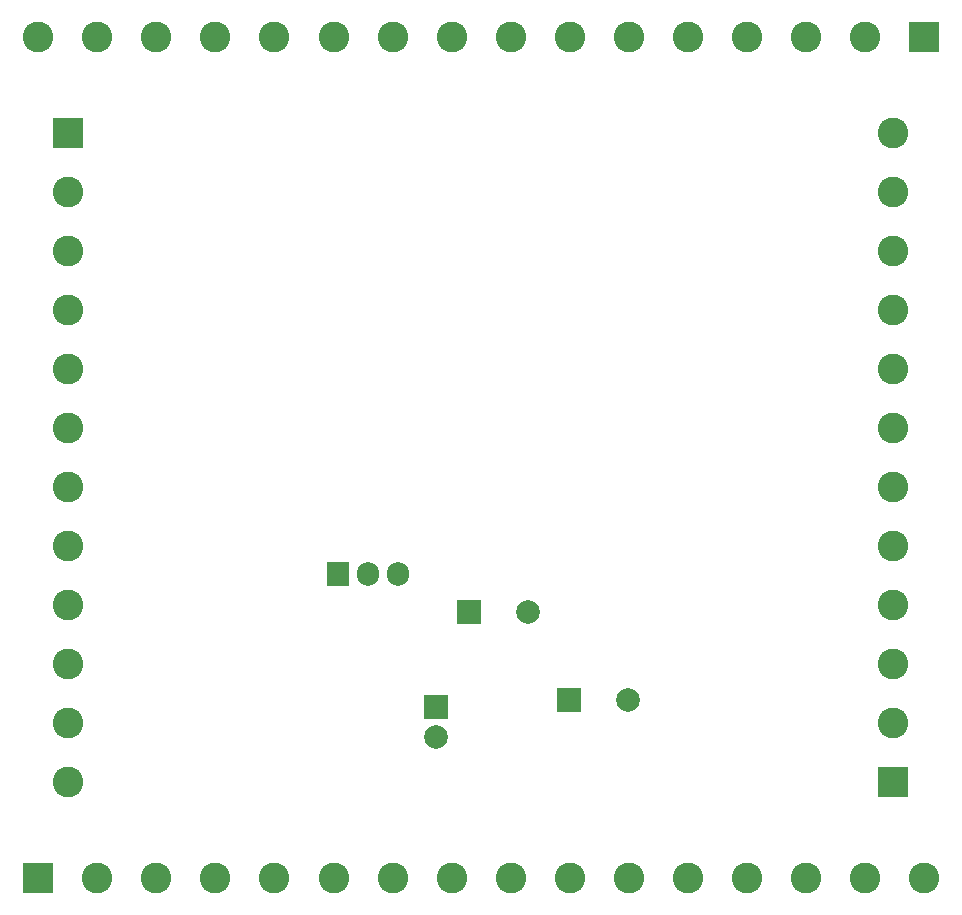
<source format=gbr>
G04 #@! TF.GenerationSoftware,KiCad,Pcbnew,5.1.4*
G04 #@! TF.CreationDate,2020-01-07T14:28:49-05:00*
G04 #@! TF.ProjectId,model-train-cdu,6d6f6465-6c2d-4747-9261-696e2d636475,rev?*
G04 #@! TF.SameCoordinates,Original*
G04 #@! TF.FileFunction,Copper,L2,Bot*
G04 #@! TF.FilePolarity,Positive*
%FSLAX46Y46*%
G04 Gerber Fmt 4.6, Leading zero omitted, Abs format (unit mm)*
G04 Created by KiCad (PCBNEW 5.1.4) date 2020-01-07 14:28:49*
%MOMM*%
%LPD*%
G04 APERTURE LIST*
%ADD10C,2.600000*%
%ADD11R,2.600000X2.600000*%
%ADD12O,1.905000X2.000000*%
%ADD13R,1.905000X2.000000*%
%ADD14R,2.000000X2.000000*%
%ADD15C,2.000000*%
G04 APERTURE END LIST*
D10*
X46400000Y-10800000D03*
X46400000Y-5800000D03*
X46400000Y-800000D03*
X46400000Y4200000D03*
X46400000Y9200000D03*
X46400000Y14200000D03*
X46400000Y19200000D03*
X46400000Y24200000D03*
X46400000Y29200000D03*
X46400000Y34200000D03*
X46400000Y39200000D03*
D11*
X46400000Y44200000D03*
D10*
X116300000Y44200000D03*
X116300000Y39200000D03*
X116300000Y34200000D03*
X116300000Y29200000D03*
X116300000Y24200000D03*
X116300000Y19200000D03*
X116300000Y14200000D03*
X116300000Y9200000D03*
X116300000Y4200000D03*
X116300000Y-800000D03*
X116300000Y-5800000D03*
D11*
X116300000Y-10800000D03*
D10*
X43900000Y52300000D03*
X48900000Y52300000D03*
X53900000Y52300000D03*
X58900000Y52300000D03*
X63900000Y52300000D03*
X68900000Y52300000D03*
X73900000Y52300000D03*
X78900000Y52300000D03*
X83900000Y52300000D03*
X88900000Y52300000D03*
X93900000Y52300000D03*
X98900000Y52300000D03*
X103900000Y52300000D03*
X108900000Y52300000D03*
X113900000Y52300000D03*
D11*
X118900000Y52300000D03*
D10*
X118900000Y-18900000D03*
X113900000Y-18900000D03*
X108900000Y-18900000D03*
X103900000Y-18900000D03*
X98900000Y-18900000D03*
X93900000Y-18900000D03*
X88900000Y-18900000D03*
X83900000Y-18900000D03*
X78900000Y-18900000D03*
X73900000Y-18900000D03*
X68900000Y-18900000D03*
X63900000Y-18900000D03*
X58900000Y-18900000D03*
X53900000Y-18900000D03*
X48900000Y-18900000D03*
D11*
X43900000Y-18900000D03*
D12*
X74380000Y6800000D03*
X71840000Y6800000D03*
D13*
X69300000Y6800000D03*
D14*
X77600000Y-4460000D03*
D15*
X77600000Y-7000000D03*
X93800000Y-3800000D03*
D14*
X88800000Y-3800000D03*
D15*
X85400000Y3600000D03*
D14*
X80400000Y3600000D03*
M02*

</source>
